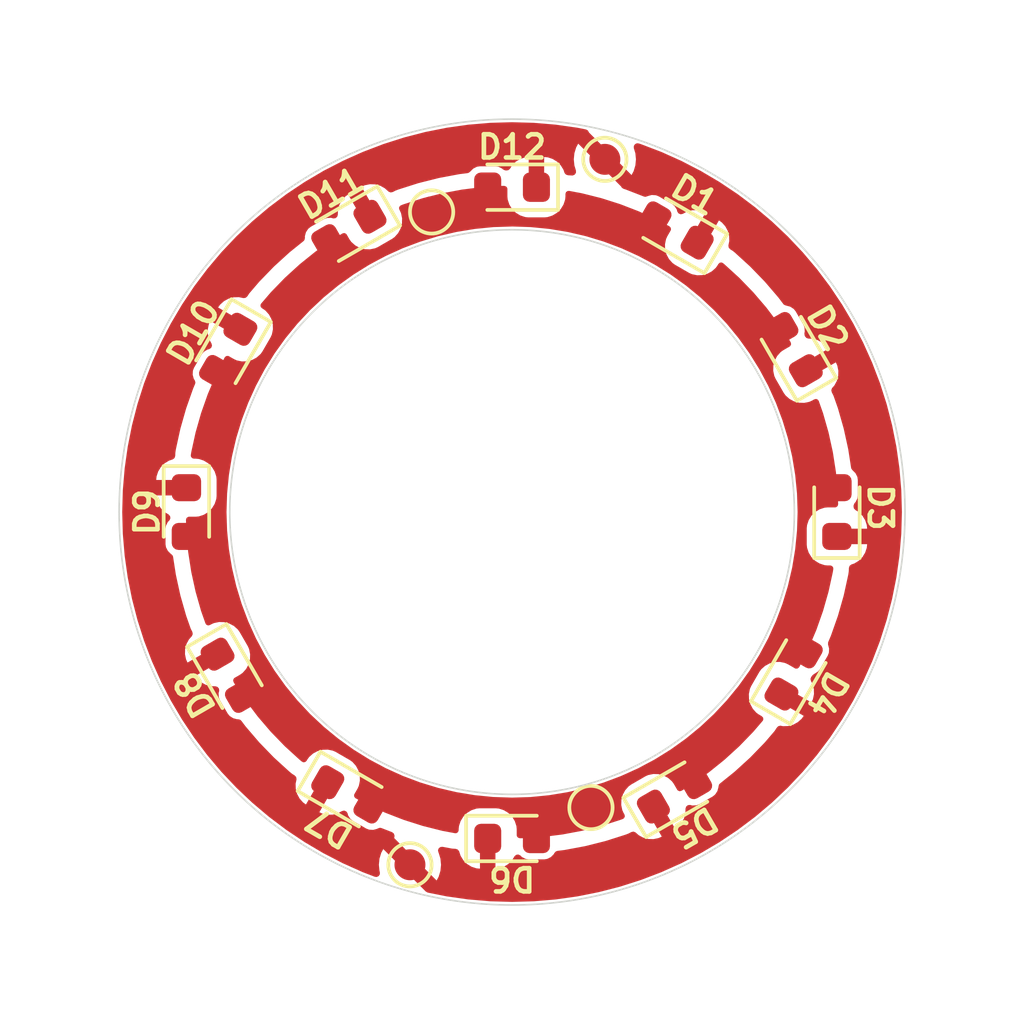
<source format=kicad_pcb>
(kicad_pcb (version 20240108) (generator "pcbnew") (generator_version "8.0")
  (layers (0 "F.Cu" signal) (31 "B.Cu" signal) (34 "B.Paste" user) (35 "F.Paste" user) (36 "B.SilkS" user "B.Silkscreen") (37 "F.SilkS" user "F.Silkscreen") (38 "B.Mask" user) (39 "F.Mask" user) (44 "Edge.Cuts" user))
  (net 0 "")
  (net 1 "GND")
  (net 2 "+3V3")
  (footprint "LED_SMD:LED_0603_1608Metric" (layer "F.Cu") (at 120.825 94.775 -120)
    (property "Reference" "D10" (at 0.064535 1.261779 60) (layer "F.SilkS") (effects (font (size 0.75 0.75))))
    (property "Value" "LED")
    (fp_line (start -1.485 0.735) (end 0.8 0.735) (stroke (width 0.12)) (layer "F.SilkS"))
    (fp_line (start 0.8 -0.735) (end -1.485 -0.735) (stroke (width 0.12)) (layer "F.SilkS"))
    (fp_line (start -1.485 -0.735) (end -1.485 0.735) (stroke (width 0.12)) (layer "F.SilkS"))
    (pad "1" smd roundrect (at -0.7875 0 240) (size 0.875 0.95) (layers "F.Cu" "F.Paste" "F.Mask") (net 1 "GND"))
    (pad "2" smd roundrect (at 0.7875 0 240) (size 0.875 0.95) (layers "F.Cu" "F.Paste" "F.Mask") (net 2 "+3V3"))
  )
  (footprint "TestPoint:TestPoint_Pad_D1.0mm" (layer "F.Cu") (at 133 88.6)
    (property "Reference" "TP3" (hide yes))
    (property "Value" "GND")
    (fp_circle (center 0 0) (end 0 0.7) (stroke (width 0.12)) (fill none) (layer "F.SilkS"))
    (pad "1" smd circle (at 0 0) (size 1 1) (layers "F.Cu" "F.Mask") (net 1 "GND"))
  )
  (footprint "TestPoint:TestPoint_Pad_D1.0mm" (layer "F.Cu") (at 132.55 109.55)
    (property "Reference" "TP1" (hide yes))
    (property "Value" "3v3" (hide yes))
    (fp_circle (center 0 0) (end 0 0.7) (stroke (width 0.12)) (fill none) (layer "F.SilkS"))
    (pad "1" smd circle (at 0 0) (size 1 1) (layers "F.Cu" "F.Mask") (net 2 "+3V3"))
  )
  (footprint "TestPoint:TestPoint_Pad_D1.0mm" (layer "F.Cu") (at 126.7 111.4)
    (property "Reference" "TP4" (hide yes))
    (property "Value" "GND")
    (fp_circle (center 0 0) (end 0 0.7) (stroke (width 0.12)) (fill none) (layer "F.SilkS"))
    (pad "1" smd circle (at 0 0) (size 1 1) (layers "F.Cu" "F.Mask") (net 1 "GND"))
  )
  (footprint "LED_SMD:LED_0603_1608Metric" (layer "F.Cu") (at 140.5 100 90)
    (property "Reference" "D3" (at 0.15 1.4 -90) (layer "F.SilkS") (effects (font (size 0.75 0.75))))
    (property "Value" "LED")
    (fp_line (start 0.8 -0.735) (end -1.485 -0.735) (stroke (width 0.12)) (layer "F.SilkS"))
    (fp_line (start -1.485 -0.735) (end -1.485 0.735) (stroke (width 0.12)) (layer "F.SilkS"))
    (fp_line (start -1.485 0.735) (end 0.8 0.735) (stroke (width 0.12)) (layer "F.SilkS"))
    (pad "1" smd roundrect (at -0.7875 0 90) (size 0.875 0.95) (layers "F.Cu" "F.Paste" "F.Mask") (net 1 "GND"))
    (pad "2" smd roundrect (at 0.7875 0 90) (size 0.875 0.95) (layers "F.Cu" "F.Paste" "F.Mask") (net 2 "+3V3"))
  )
  (footprint "LED_SMD:LED_0603_1608Metric" (layer "F.Cu") (at 124.725 90.85 -150)
    (property "Reference" "D11" (at -0.077035 1.283429 30) (layer "F.SilkS") (effects (font (size 0.75 0.75))))
    (property "Value" "LED")
    (fp_line (start 0.8 -0.735) (end -1.485 -0.735) (stroke (width 0.12)) (layer "F.SilkS"))
    (fp_line (start -1.485 0.735) (end 0.8 0.735) (stroke (width 0.12)) (layer "F.SilkS"))
    (fp_line (start -1.485 -0.735) (end -1.485 0.735) (stroke (width 0.12)) (layer "F.SilkS"))
    (pad "1" smd roundrect (at -0.7875 0 210) (size 0.875 0.95) (layers "F.Cu" "F.Paste" "F.Mask") (net 1 "GND"))
    (pad "2" smd roundrect (at 0.7875 0 210) (size 0.875 0.95) (layers "F.Cu" "F.Paste" "F.Mask") (net 2 "+3V3"))
  )
  (footprint "LED_SMD:LED_0603_1608Metric" (layer "F.Cu") (at 124.725 109.125 -30)
    (property "Reference" "D7" (at -0.003766 1.243477 150) (layer "F.SilkS") (effects (font (size 0.75 0.75))))
    (property "Value" "LED")
    (fp_line (start -1.485 0.735) (end 0.8 0.735) (stroke (width 0.12)) (layer "F.SilkS"))
    (fp_line (start -1.485 -0.735) (end -1.485 0.735) (stroke (width 0.12)) (layer "F.SilkS"))
    (fp_line (start 0.8 -0.735) (end -1.485 -0.735) (stroke (width 0.12)) (layer "F.SilkS"))
    (pad "1" smd roundrect (at -0.7875 0 330) (size 0.875 0.95) (layers "F.Cu" "F.Paste" "F.Mask") (net 1 "GND"))
    (pad "2" smd roundrect (at 0.7875 0 330) (size 0.875 0.95) (layers "F.Cu" "F.Paste" "F.Mask") (net 2 "+3V3"))
  )
  (footprint "TestPoint:TestPoint_Pad_D1.0mm" (layer "F.Cu") (at 127.4 90.3)
    (property "Reference" "TP2" (hide yes))
    (property "Value" "3v3")
    (fp_circle (center 0 0) (end 0 0.7) (stroke (width 0.12)) (fill none) (layer "F.SilkS"))
    (pad "1" smd circle (at 0 0) (size 1 1) (layers "F.Cu" "F.Mask") (net 2 "+3V3"))
  )
  (footprint "LED_SMD:LED_0603_1608Metric" (layer "F.Cu") (at 135.25 109.125 30)
    (property "Reference" "D5" (at 0.025417 1.255976 -150) (layer "F.SilkS") (effects (font (size 0.75 0.75))))
    (property "Value" "LED")
    (fp_line (start -1.485 -0.735) (end -1.485 0.735) (stroke (width 0.12)) (layer "F.SilkS"))
    (fp_line (start -1.485 0.735) (end 0.8 0.735) (stroke (width 0.12)) (layer "F.SilkS"))
    (fp_line (start 0.8 -0.735) (end -1.485 -0.735) (stroke (width 0.12)) (layer "F.SilkS"))
    (pad "1" smd roundrect (at -0.7875 0 30) (size 0.875 0.95) (layers "F.Cu" "F.Paste" "F.Mask") (net 1 "GND"))
    (pad "2" smd roundrect (at 0.7875 0 30) (size 0.875 0.95) (layers "F.Cu" "F.Paste" "F.Mask") (net 2 "+3V3"))
  )
  (footprint "LED_SMD:LED_0603_1608Metric" (layer "F.Cu") (at 130 89.5 180)
    (property "Reference" "D12" (at 0 1.3 0) (layer "F.SilkS") (effects (font (size 0.75 0.75))))
    (property "Value" "LED")
    (fp_line (start 0.8 -0.735) (end -1.485 -0.735) (stroke (width 0.12)) (layer "F.SilkS"))
    (fp_line (start -1.485 0.735) (end 0.8 0.735) (stroke (width 0.12)) (layer "F.SilkS"))
    (fp_line (start -1.485 -0.735) (end -1.485 0.735) (stroke (width 0.12)) (layer "F.SilkS"))
    (pad "1" smd roundrect (at -0.7875 0 180) (size 0.875 0.95) (layers "F.Cu" "F.Paste" "F.Mask") (net 1 "GND"))
    (pad "2" smd roundrect (at 0.7875 0 180) (size 0.875 0.95) (layers "F.Cu" "F.Paste" "F.Mask") (net 2 "+3V3"))
  )
  (footprint "LED_SMD:LED_0603_1608Metric" (layer "F.Cu") (at 139.1 94.75 120)
    (property "Reference" "D2" (at 0.056218 1.302628 120) (layer "F.SilkS") (effects (font (size 0.75 0.75))))
    (property "Value" "LED")
    (fp_line (start 0.8 -0.735) (end -1.485 -0.735) (stroke (width 0.12)) (layer "F.SilkS"))
    (fp_line (start -1.485 -0.735) (end -1.485 0.735) (stroke (width 0.12)) (layer "F.SilkS"))
    (fp_line (start -1.485 0.735) (end 0.8 0.735) (stroke (width 0.12)) (layer "F.SilkS"))
    (pad "1" smd roundrect (at -0.7875 0 120) (size 0.875 0.95) (layers "F.Cu" "F.Paste" "F.Mask") (net 1 "GND"))
    (pad "2" smd roundrect (at 0.7875 0 120) (size 0.875 0.95) (layers "F.Cu" "F.Paste" "F.Mask") (net 2 "+3V3"))
  )
  (footprint "LED_SMD:LED_0603_1608Metric" (layer "F.Cu") (at 120.875 105.275 -60)
    (property "Reference" "D8" (at -0.021234 1.286779 120) (layer "F.SilkS") (effects (font (size 0.75 0.75))))
    (property "Value" "LED")
    (fp_line (start -1.485 0.735) (end 0.8 0.735) (stroke (width 0.12)) (layer "F.SilkS"))
    (fp_line (start -1.485 -0.735) (end -1.485 0.735) (stroke (width 0.12)) (layer "F.SilkS"))
    (fp_line (start 0.8 -0.735) (end -1.485 -0.735) (stroke (width 0.12)) (layer "F.SilkS"))
    (pad "1" smd roundrect (at -0.7875 0 300) (size 0.875 0.95) (layers "F.Cu" "F.Paste" "F.Mask") (net 1 "GND"))
    (pad "2" smd roundrect (at 0.7875 0 300) (size 0.875 0.95) (layers "F.Cu" "F.Paste" "F.Mask") (net 2 "+3V3"))
  )
  (footprint "LED_SMD:LED_0603_1608Metric" (layer "F.Cu") (at 139.1 105.2 60)
    (property "Reference" "D4" (at -0.056218 1.302628 -120) (layer "F.SilkS") (effects (font (size 0.75 0.75))))
    (property "Value" "LED")
    (fp_line (start -1.485 -0.735) (end -1.485 0.735) (stroke (width 0.12)) (layer "F.SilkS"))
    (fp_line (start 0.8 -0.735) (end -1.485 -0.735) (stroke (width 0.12)) (layer "F.SilkS"))
    (fp_line (start -1.485 0.735) (end 0.8 0.735) (stroke (width 0.12)) (layer "F.SilkS"))
    (pad "1" smd roundrect (at -0.7875 0 60) (size 0.875 0.95) (layers "F.Cu" "F.Paste" "F.Mask") (net 1 "GND"))
    (pad "2" smd roundrect (at 0.7875 0 60) (size 0.875 0.95) (layers "F.Cu" "F.Paste" "F.Mask") (net 2 "+3V3"))
  )
  (footprint "LED_SMD:LED_0603_1608Metric" (layer "F.Cu") (at 119.475 100 -90)
    (property "Reference" "D9" (at 0 1.275 90) (layer "F.SilkS") (effects (font (size 0.75 0.75))))
    (property "Value" "LED")
    (fp_line (start -1.485 0.735) (end 0.8 0.735) (stroke (width 0.12)) (layer "F.SilkS"))
    (fp_line (start -1.485 -0.735) (end -1.485 0.735) (stroke (width 0.12)) (layer "F.SilkS"))
    (fp_line (start 0.8 -0.735) (end -1.485 -0.735) (stroke (width 0.12)) (layer "F.SilkS"))
    (pad "1" smd roundrect (at -0.7875 0 270) (size 0.875 0.95) (layers "F.Cu" "F.Paste" "F.Mask") (net 1 "GND"))
    (pad "2" smd roundrect (at 0.7875 0 270) (size 0.875 0.95) (layers "F.Cu" "F.Paste" "F.Mask") (net 2 "+3V3"))
  )
  (footprint "LED_SMD:LED_0603_1608Metric" (layer "F.Cu") (at 135.3 90.9 150)
    (property "Reference" "D1" (at 0.055385 1.295929 150) (layer "F.SilkS") (effects (font (size 0.75 0.75))))
    (property "Value" "LED")
    (fp_line (start 0.8 -0.735) (end -1.485 -0.735) (stroke (width 0.12)) (layer "F.SilkS"))
    (fp_line (start -1.485 -0.735) (end -1.485 0.735) (stroke (width 0.12)) (layer "F.SilkS"))
    (fp_line (start -1.485 0.735) (end 0.8 0.735) (stroke (width 0.12)) (layer "F.SilkS"))
    (pad "1" smd roundrect (at -0.7875 0 150) (size 0.875 0.95) (layers "F.Cu" "F.Paste" "F.Mask") (net 1 "GND"))
    (pad "2" smd roundrect (at 0.7875 0 150) (size 0.875 0.95) (layers "F.Cu" "F.Paste" "F.Mask") (net 2 "+3V3"))
  )
  (footprint "LED_SMD:LED_0603_1608Metric" (layer "F.Cu") (at 130 110.55)
    (property "Reference" "D6" (at 0 1.3 180) (layer "F.SilkS") (effects (font (size 0.75 0.75))))
    (property "Value" "LED")
    (fp_line (start -1.485 -0.735) (end -1.485 0.735) (stroke (width 0.12)) (layer "F.SilkS"))
    (fp_line (start -1.485 0.735) (end 0.8 0.735) (stroke (width 0.12)) (layer "F.SilkS"))
    (fp_line (start 0.8 -0.735) (end -1.485 -0.735) (stroke (width 0.12)) (layer "F.SilkS"))
    (pad "1" smd roundrect (at -0.7875 0) (size 0.875 0.95) (layers "F.Cu" "F.Paste" "F.Mask") (net 1 "GND"))
    (pad "2" smd roundrect (at 0.7875 0) (size 0.875 0.95) (layers "F.Cu" "F.Paste" "F.Mask") (net 2 "+3V3"))
  )
  (gr_circle (center 130 100) (end 139 101.5) (stroke (width 0.05)) (fill none) (layer "Edge.Cuts"))
  (gr_circle (center 130 100) (end 142.7 100.1) (stroke (width 0.05)) (fill none) (layer "Edge.Cuts"))
  (zone (net 2) (net_name "+3V3") (layer "F.Cu") (priority 1) (connect_pads yes (clearance 0.5)) (min_thickness 0.2) (fill yes (thermal_gap 0.2) (thermal_bridge_width 0.5))
    (polygon (pts (xy 140.547512 100) (xy 140.527507 99.350686) (xy 140.467567 98.703834) (xy 140.367921 98.0619) (xy 140.228945 97.427317) (xy 140.051167 96.802494) (xy 139.835262 96.189799) (xy 139.582048 95.591558) (xy 139.292487 95.01004) (xy 138.967675 94.44745) (xy 138.608847 93.905924) (xy 138.217362 93.387514) (xy 137.794705 92.894187) (xy 137.342481 92.427815) (xy 136.862404 91.990168) (xy 136.356296 91.582904) (xy 135.826076 91.207569) (xy 135.273756 90.865587) (xy 134.701431 90.558254) (xy 134.111271 90.286738) (xy 133.505516 90.052067) (xy 132.886464 89.855132) (xy 132.256462 89.696681) (xy 131.6179 89.577313) (xy 130.973202 89.497482) (xy 130.324811 89.45749) (xy 129.675189 89.45749) (xy 129.026798 89.497482) (xy 128.3821 89.577313) (xy 127.743538 89.696681) (xy 127.113536 89.855132) (xy 126.494484 90.052067) (xy 125.888729 90.286738) (xy 125.298569 90.558254) (xy 124.726244 90.865587) (xy 124.173924 91.207569) (xy 123.643704 91.582904) (xy 123.137596 91.990168) (xy 122.657519 92.427815) (xy 122.205295 92.894187) (xy 121.782638 93.387514) (xy 121.391153 93.905924) (xy 121.032325 94.44745) (xy 120.707513 95.01004) (xy 120.417952 95.591558) (xy 120.164738 96.189799) (xy 119.948833 96.802494) (xy 119.771055 97.427317) (xy 119.632079 98.0619) (xy 119.532433 98.703834) (xy 119.472493 99.350686) (xy 119.452488 100) (xy 119.472493 100.649314) (xy 119.532433 101.296166) (xy 119.632079 101.9381) (xy 119.771055 102.572683) (xy 119.948833 103.197506) (xy 120.164738 103.810201) (xy 120.417952 104.408442) (xy 120.707513 104.98996) (xy 121.032325 105.55255) (xy 121.391153 106.094076) (xy 121.782638 106.612486) (xy 122.205295 107.105813) (xy 122.657519 107.572185) (xy 123.137596 108.009832) (xy 123.643704 108.417096) (xy 124.173924 108.792431) (xy 124.726244 109.134413) (xy 125.298569 109.441746) (xy 125.888729 109.713262) (xy 126.494484 109.947933) (xy 127.113536 110.144868) (xy 127.743538 110.303319) (xy 128.3821 110.422687) (xy 129.026798 110.502518) (xy 129.675189 110.54251) (xy 130.324811 110.54251) (xy 130.973202 110.502518) (xy 131.6179 110.422687) (xy 132.256462 110.303319) (xy 132.886464 110.144868) (xy 133.505516 109.947933) (xy 134.111271 109.713262) (xy 134.701431 109.441746) (xy 135.273756 109.134413) (xy 135.826076 108.792431) (xy 136.356296 108.417096) (xy 136.862404 108.009832) (xy 137.342481 107.572185) (xy 137.794705 107.105813) (xy 138.217362 106.612486) (xy 138.608847 106.094076) (xy 138.967675 105.55255) (xy 139.292487 104.98996) (xy 139.582048 104.408442) (xy 139.835262 103.810201) (xy 140.051167 103.197506) (xy 140.228945 102.572683) (xy 140.367921 101.9381) (xy 140.467567 101.296166) (xy 140.527507 100.649314)))
  )
  (zone (net 1) (net_name "GND") (layer "F.Cu") (connect_pads (clearance 0.2)) (min_thickness 0.25) (fill yes (thermal_gap 0.5) (thermal_bridge_width 0.5))
    (polygon (pts (xy 142.7 100) (xy 142.680021 99.287905) (xy 142.620145 98.578051) (xy 142.520562 97.872671) (xy 142.381584 97.173984) (xy 142.20365 96.484189) (xy 141.987318 95.805456) (xy 141.73327 95.13992) (xy 141.442305 94.489677) (xy 141.115337 93.85677) (xy 140.753397 93.243193) (xy 140.357623 92.650875) (xy 139.92926 92.08168) (xy 139.469655 91.537398) (xy 138.980256 91.019744) (xy 138.462602 90.530345) (xy 137.91832 90.07074) (xy 137.349125 89.642377) (xy 136.756807 89.246603) (xy 136.14323 88.884663) (xy 135.510323 88.557695) (xy 134.86008 88.26673) (xy 134.194544 88.012682) (xy 133.515811 87.79635) (xy 132.826016 87.618416) (xy 132.127329 87.479438) (xy 131.421949 87.379855) (xy 130.712095 87.319979) (xy 130 87.3) (xy 129.287905 87.319979) (xy 128.578051 87.379855) (xy 127.872671 87.479438) (xy 127.173984 87.618416) (xy 126.484189 87.79635) (xy 125.805456 88.012682) (xy 125.13992 88.26673) (xy 124.489677 88.557695) (xy 123.85677 88.884663) (xy 123.243193 89.246603) (xy 122.650875 89.642377) (xy 122.08168 90.07074) (xy 121.537398 90.530345) (xy 121.019744 91.019744) (xy 120.530345 91.537398) (xy 120.07074 92.08168) (xy 119.642377 92.650875) (xy 119.246603 93.243193) (xy 118.884663 93.85677) (xy 118.557695 94.489677) (xy 118.26673 95.13992) (xy 118.012682 95.805456) (xy 117.79635 96.484189) (xy 117.618416 97.173984) (xy 117.479438 97.872671) (xy 117.379855 98.578051) (xy 117.319979 99.287905) (xy 117.3 100) (xy 117.319979 100.712095) (xy 117.379855 101.421949) (xy 117.479438 102.127329) (xy 117.618416 102.826016) (xy 117.79635 103.515811) (xy 118.012682 104.194544) (xy 118.26673 104.86008) (xy 118.557695 105.510323) (xy 118.884663 106.14323) (xy 119.246603 106.756807) (xy 119.642377 107.349125) (xy 120.07074 107.91832) (xy 120.530345 108.462602) (xy 121.019744 108.980256) (xy 121.537398 109.469655) (xy 122.08168 109.92926) (xy 122.650875 110.357623) (xy 123.243193 110.753397) (xy 123.85677 111.115337) (xy 124.489677 111.442305) (xy 125.13992 111.73327) (xy 125.805456 111.987318) (xy 126.484189 112.20365) (xy 127.173984 112.381584) (xy 127.872671 112.520562) (xy 128.578051 112.620145) (xy 129.287905 112.680021) (xy 130 112.7) (xy 130.712095 112.680021) (xy 131.421949 112.620145) (xy 132.127329 112.520562) (xy 132.826016 112.381584) (xy 133.515811 112.20365) (xy 134.194544 111.987318) (xy 134.86008 111.73327) (xy 135.510323 111.442305) (xy 136.14323 111.115337) (xy 136.756807 110.753397) (xy 137.349125 110.357623) (xy 137.91832 109.92926) (xy 138.462602 109.469655) (xy 138.980256 108.980256) (xy 139.469655 108.462602) (xy 139.92926 107.91832) (xy 140.357623 107.349125) (xy 140.753397 106.756807) (xy 141.115337 106.14323) (xy 141.442305 105.510323) (xy 141.73327 104.86008) (xy 141.987318 104.194544) (xy 142.20365 103.515811) (xy 142.381584 102.826016) (xy 142.520562 102.127329) (xy 142.620145 101.421949) (xy 142.680021 100.712095)))
  )
)
</source>
